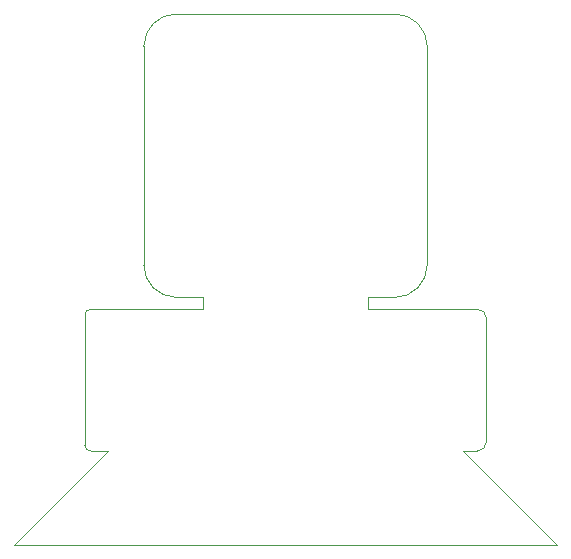
<source format=gbr>
%TF.GenerationSoftware,KiCad,Pcbnew,8.0.8*%
%TF.CreationDate,2025-02-17T10:30:19+00:00*%
%TF.ProjectId,hackaday-sao-m5stack-atoms3,6861636b-6164-4617-992d-73616f2d6d35,rev?*%
%TF.SameCoordinates,Original*%
%TF.FileFunction,Profile,NP*%
%FSLAX46Y46*%
G04 Gerber Fmt 4.6, Leading zero omitted, Abs format (unit mm)*
G04 Created by KiCad (PCBNEW 8.0.8) date 2025-02-17 10:30:19*
%MOMM*%
%LPD*%
G01*
G04 APERTURE LIST*
%TA.AperFunction,Profile*%
%ADD10C,0.050000*%
%TD*%
G04 APERTURE END LIST*
D10*
X195500000Y-97000000D02*
G75*
G02*
X195000000Y-96500000I0J500000D01*
G01*
X202750000Y-84000000D02*
X205000000Y-84000000D01*
X228250000Y-97000000D02*
X227000000Y-97000000D01*
X228250000Y-85000000D02*
G75*
G02*
X229000000Y-85750000I0J-750000D01*
G01*
X224000000Y-81250000D02*
G75*
G02*
X221250000Y-84000000I-2750000J0D01*
G01*
X229000000Y-96250000D02*
G75*
G02*
X228250000Y-97000000I-750000J0D01*
G01*
X221250000Y-60000000D02*
G75*
G02*
X224000000Y-62750000I0J-2750000D01*
G01*
X221250000Y-84000000D02*
X219000000Y-84000000D01*
X224000000Y-62750000D02*
X224000000Y-81250000D01*
X197000000Y-97000000D02*
X189000000Y-105000000D01*
X219000000Y-85000000D02*
X228250000Y-85000000D01*
X227000000Y-97000000D02*
X235000000Y-105000000D01*
X195000000Y-96500000D02*
X195000000Y-85500000D01*
X200000000Y-62750000D02*
G75*
G02*
X202750000Y-60000000I2750000J0D01*
G01*
X229000000Y-85750000D02*
X229000000Y-96250000D01*
X205000000Y-85000000D02*
X195500000Y-85000000D01*
X200000000Y-81250000D02*
X200000000Y-62750000D01*
X202750000Y-84000000D02*
G75*
G02*
X200000000Y-81250000I0J2750000D01*
G01*
X195500000Y-97000000D02*
X197000000Y-97000000D01*
X195000000Y-85500000D02*
G75*
G02*
X195500000Y-85000000I500000J0D01*
G01*
X189000000Y-105000000D02*
X235000000Y-105000000D01*
X205000000Y-85000000D02*
X205000000Y-84000000D01*
X219000000Y-85000000D02*
X219000000Y-84000000D01*
X202750000Y-60000000D02*
X221250000Y-60000000D01*
M02*

</source>
